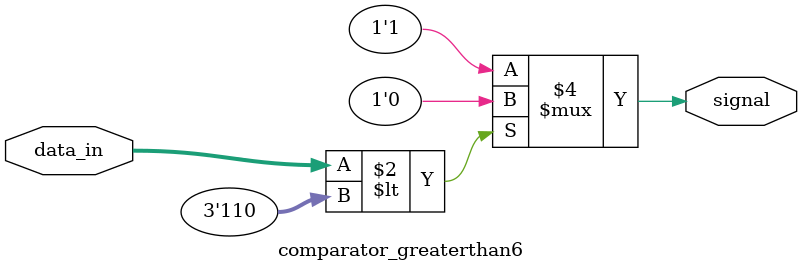
<source format=v>

module comparator_greaterthan6(data_in, signal);

	input [2:0] data_in;
	output reg signal;
	
	always@(*)
	begin
		if(data_in < 3'b110)
		begin
			signal = 1'b0;
		end
		else signal = 1'b1;
	end
	
endmodule
</source>
